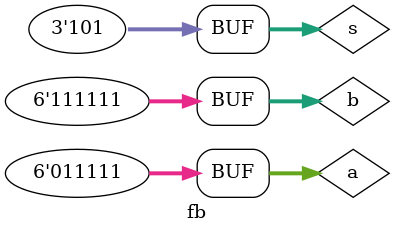
<source format=v>
`timescale 1ns / 1ps


module fb(
);
    reg [5:0] a;
    reg [5:0] b;
    reg [2:0] s;
    wire [5:0] y;
    wire [2:0] f;
    alu ALU(a,b,s,y,f);
    initial
    begin
    a = 6'b111_101;
    b = 6'b100_001;
     s =3'b000;
     #10;
     a = 6'b011_111;
     b = 6'b111_111;
     s = 3'b001;
     #10;
     s = 3'b010;
     #10;
     s = 3'b011;
     #10;
     s = 3'b100;
     #10;
     s = 3'b101;
     #10;
    end
endmodule

</source>
